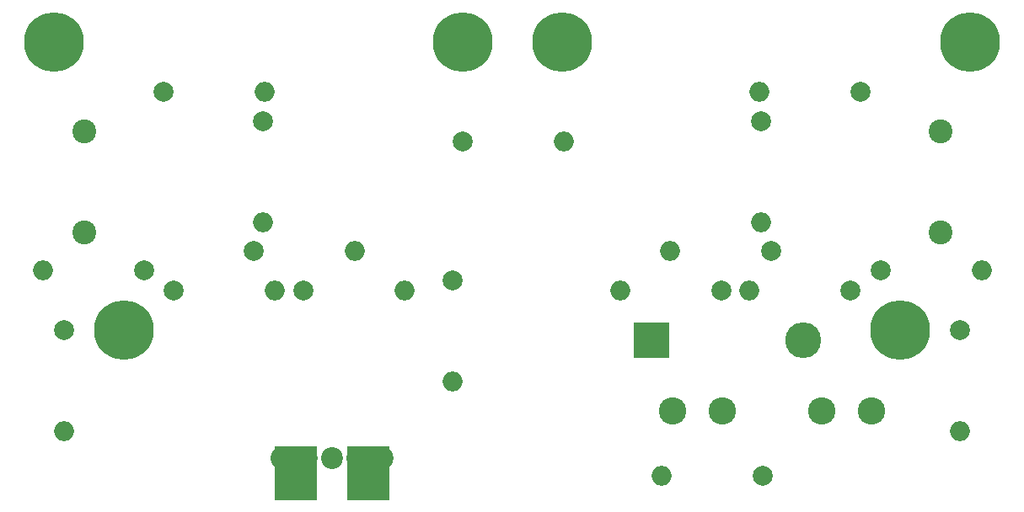
<source format=gbr>
G04 #@! TF.FileFunction,Soldermask,Bot*
%FSLAX46Y46*%
G04 Gerber Fmt 4.6, Leading zero omitted, Abs format (unit mm)*
G04 Created by KiCad (PCBNEW 4.0.7-e2-6376~58~ubuntu14.04.1) date Sat Mar 16 06:29:51 2019*
%MOMM*%
%LPD*%
G01*
G04 APERTURE LIST*
%ADD10C,0.100000*%
%ADD11C,6.000000*%
%ADD12C,2.398980*%
%ADD13C,2.000000*%
%ADD14O,2.000000X2.000000*%
%ADD15C,2.750000*%
%ADD16C,2.200000*%
%ADD17R,4.360000X5.400000*%
%ADD18R,3.600000X3.600000*%
%ADD19O,3.600000X3.600000*%
G04 APERTURE END LIST*
D10*
D11*
X88000000Y-37000000D03*
X37000000Y-37000000D03*
X129000000Y-37000000D03*
X78000000Y-37000000D03*
D12*
X126000000Y-46000000D03*
X126000000Y-56160000D03*
X40000000Y-46000000D03*
X40000000Y-56160000D03*
D13*
X118000000Y-42000000D03*
D14*
X107840000Y-42000000D03*
D13*
X108000000Y-45000000D03*
D14*
X108000000Y-55160000D03*
D13*
X109000000Y-58000000D03*
D14*
X98840000Y-58000000D03*
D13*
X120000000Y-60000000D03*
D14*
X130160000Y-60000000D03*
D13*
X128000000Y-66000000D03*
D14*
X128000000Y-76160000D03*
D13*
X104000000Y-62000000D03*
D14*
X93840000Y-62000000D03*
D13*
X117000000Y-62000000D03*
D14*
X106840000Y-62000000D03*
D15*
X104100000Y-74100000D03*
X99100000Y-74100000D03*
X114100000Y-74100000D03*
X119100000Y-74100000D03*
D13*
X78000000Y-47000000D03*
D14*
X88160000Y-47000000D03*
D13*
X48000000Y-42000000D03*
D14*
X58160000Y-42000000D03*
D13*
X58000000Y-45000000D03*
D14*
X58000000Y-55160000D03*
D13*
X57000000Y-58000000D03*
D14*
X67160000Y-58000000D03*
D13*
X46000000Y-60000000D03*
D14*
X35840000Y-60000000D03*
D13*
X38000000Y-66000000D03*
D14*
X38000000Y-76160000D03*
D13*
X62000000Y-62000000D03*
D14*
X72160000Y-62000000D03*
D13*
X49000000Y-62000000D03*
D14*
X59160000Y-62000000D03*
D13*
X77000000Y-61000000D03*
D14*
X77000000Y-71160000D03*
D13*
X108200000Y-80600000D03*
D14*
X98040000Y-80600000D03*
D16*
X69980000Y-78843000D03*
X59820000Y-78843000D03*
D17*
X61280000Y-80350000D03*
X68520000Y-80350000D03*
D16*
X67440000Y-78843000D03*
X62360000Y-78843000D03*
X64900000Y-78843000D03*
D18*
X97000000Y-67000000D03*
D19*
X112240000Y-67000000D03*
D11*
X44000000Y-66000000D03*
X122000000Y-66000000D03*
M02*

</source>
